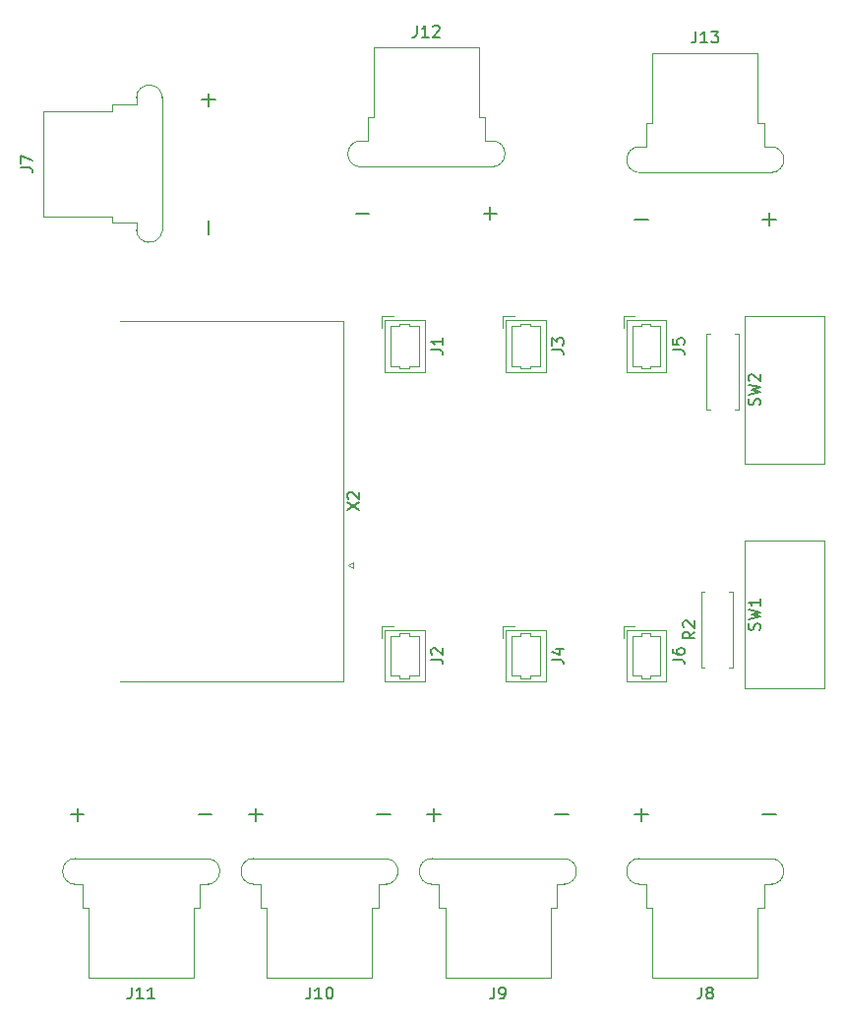
<source format=gbr>
%TF.GenerationSoftware,KiCad,Pcbnew,8.0.0*%
%TF.CreationDate,2024-03-05T11:34:16-05:00*%
%TF.ProjectId,TmotorsPCB,546d6f74-6f72-4735-9043-422e6b696361,rev?*%
%TF.SameCoordinates,Original*%
%TF.FileFunction,Legend,Top*%
%TF.FilePolarity,Positive*%
%FSLAX46Y46*%
G04 Gerber Fmt 4.6, Leading zero omitted, Abs format (unit mm)*
G04 Created by KiCad (PCBNEW 8.0.0) date 2024-03-05 11:34:16*
%MOMM*%
%LPD*%
G01*
G04 APERTURE LIST*
%ADD10C,0.150000*%
%ADD11C,0.120000*%
G04 APERTURE END LIST*
D10*
X139690476Y-27104819D02*
X139690476Y-27819104D01*
X139690476Y-27819104D02*
X139642857Y-27961961D01*
X139642857Y-27961961D02*
X139547619Y-28057200D01*
X139547619Y-28057200D02*
X139404762Y-28104819D01*
X139404762Y-28104819D02*
X139309524Y-28104819D01*
X140690476Y-28104819D02*
X140119048Y-28104819D01*
X140404762Y-28104819D02*
X140404762Y-27104819D01*
X140404762Y-27104819D02*
X140309524Y-27247676D01*
X140309524Y-27247676D02*
X140214286Y-27342914D01*
X140214286Y-27342914D02*
X140119048Y-27390533D01*
X141023810Y-27104819D02*
X141642857Y-27104819D01*
X141642857Y-27104819D02*
X141309524Y-27485771D01*
X141309524Y-27485771D02*
X141452381Y-27485771D01*
X141452381Y-27485771D02*
X141547619Y-27533390D01*
X141547619Y-27533390D02*
X141595238Y-27581009D01*
X141595238Y-27581009D02*
X141642857Y-27676247D01*
X141642857Y-27676247D02*
X141642857Y-27914342D01*
X141642857Y-27914342D02*
X141595238Y-28009580D01*
X141595238Y-28009580D02*
X141547619Y-28057200D01*
X141547619Y-28057200D02*
X141452381Y-28104819D01*
X141452381Y-28104819D02*
X141166667Y-28104819D01*
X141166667Y-28104819D02*
X141071429Y-28057200D01*
X141071429Y-28057200D02*
X141023810Y-28009580D01*
X145428571Y-43264700D02*
X146571429Y-43264700D01*
X146000000Y-43836128D02*
X146000000Y-42693271D01*
X134428571Y-43264700D02*
X135571429Y-43264700D01*
X115690476Y-26604819D02*
X115690476Y-27319104D01*
X115690476Y-27319104D02*
X115642857Y-27461961D01*
X115642857Y-27461961D02*
X115547619Y-27557200D01*
X115547619Y-27557200D02*
X115404762Y-27604819D01*
X115404762Y-27604819D02*
X115309524Y-27604819D01*
X116690476Y-27604819D02*
X116119048Y-27604819D01*
X116404762Y-27604819D02*
X116404762Y-26604819D01*
X116404762Y-26604819D02*
X116309524Y-26747676D01*
X116309524Y-26747676D02*
X116214286Y-26842914D01*
X116214286Y-26842914D02*
X116119048Y-26890533D01*
X117071429Y-26700057D02*
X117119048Y-26652438D01*
X117119048Y-26652438D02*
X117214286Y-26604819D01*
X117214286Y-26604819D02*
X117452381Y-26604819D01*
X117452381Y-26604819D02*
X117547619Y-26652438D01*
X117547619Y-26652438D02*
X117595238Y-26700057D01*
X117595238Y-26700057D02*
X117642857Y-26795295D01*
X117642857Y-26795295D02*
X117642857Y-26890533D01*
X117642857Y-26890533D02*
X117595238Y-27033390D01*
X117595238Y-27033390D02*
X117023810Y-27604819D01*
X117023810Y-27604819D02*
X117642857Y-27604819D01*
X121428571Y-42764700D02*
X122571429Y-42764700D01*
X122000000Y-43336128D02*
X122000000Y-42193271D01*
X110428571Y-42764700D02*
X111571429Y-42764700D01*
X91140476Y-109304819D02*
X91140476Y-110019104D01*
X91140476Y-110019104D02*
X91092857Y-110161961D01*
X91092857Y-110161961D02*
X90997619Y-110257200D01*
X90997619Y-110257200D02*
X90854762Y-110304819D01*
X90854762Y-110304819D02*
X90759524Y-110304819D01*
X92140476Y-110304819D02*
X91569048Y-110304819D01*
X91854762Y-110304819D02*
X91854762Y-109304819D01*
X91854762Y-109304819D02*
X91759524Y-109447676D01*
X91759524Y-109447676D02*
X91664286Y-109542914D01*
X91664286Y-109542914D02*
X91569048Y-109590533D01*
X93092857Y-110304819D02*
X92521429Y-110304819D01*
X92807143Y-110304819D02*
X92807143Y-109304819D01*
X92807143Y-109304819D02*
X92711905Y-109447676D01*
X92711905Y-109447676D02*
X92616667Y-109542914D01*
X92616667Y-109542914D02*
X92521429Y-109590533D01*
X85878571Y-94464700D02*
X87021429Y-94464700D01*
X86450000Y-95036128D02*
X86450000Y-93893271D01*
X96878571Y-94464700D02*
X98021429Y-94464700D01*
X106490476Y-109304819D02*
X106490476Y-110019104D01*
X106490476Y-110019104D02*
X106442857Y-110161961D01*
X106442857Y-110161961D02*
X106347619Y-110257200D01*
X106347619Y-110257200D02*
X106204762Y-110304819D01*
X106204762Y-110304819D02*
X106109524Y-110304819D01*
X107490476Y-110304819D02*
X106919048Y-110304819D01*
X107204762Y-110304819D02*
X107204762Y-109304819D01*
X107204762Y-109304819D02*
X107109524Y-109447676D01*
X107109524Y-109447676D02*
X107014286Y-109542914D01*
X107014286Y-109542914D02*
X106919048Y-109590533D01*
X108109524Y-109304819D02*
X108204762Y-109304819D01*
X108204762Y-109304819D02*
X108300000Y-109352438D01*
X108300000Y-109352438D02*
X108347619Y-109400057D01*
X108347619Y-109400057D02*
X108395238Y-109495295D01*
X108395238Y-109495295D02*
X108442857Y-109685771D01*
X108442857Y-109685771D02*
X108442857Y-109923866D01*
X108442857Y-109923866D02*
X108395238Y-110114342D01*
X108395238Y-110114342D02*
X108347619Y-110209580D01*
X108347619Y-110209580D02*
X108300000Y-110257200D01*
X108300000Y-110257200D02*
X108204762Y-110304819D01*
X108204762Y-110304819D02*
X108109524Y-110304819D01*
X108109524Y-110304819D02*
X108014286Y-110257200D01*
X108014286Y-110257200D02*
X107966667Y-110209580D01*
X107966667Y-110209580D02*
X107919048Y-110114342D01*
X107919048Y-110114342D02*
X107871429Y-109923866D01*
X107871429Y-109923866D02*
X107871429Y-109685771D01*
X107871429Y-109685771D02*
X107919048Y-109495295D01*
X107919048Y-109495295D02*
X107966667Y-109400057D01*
X107966667Y-109400057D02*
X108014286Y-109352438D01*
X108014286Y-109352438D02*
X108109524Y-109304819D01*
X112228571Y-94464700D02*
X113371429Y-94464700D01*
X101228571Y-94464700D02*
X102371429Y-94464700D01*
X101800000Y-95036128D02*
X101800000Y-93893271D01*
X122316666Y-109304819D02*
X122316666Y-110019104D01*
X122316666Y-110019104D02*
X122269047Y-110161961D01*
X122269047Y-110161961D02*
X122173809Y-110257200D01*
X122173809Y-110257200D02*
X122030952Y-110304819D01*
X122030952Y-110304819D02*
X121935714Y-110304819D01*
X122840476Y-110304819D02*
X123030952Y-110304819D01*
X123030952Y-110304819D02*
X123126190Y-110257200D01*
X123126190Y-110257200D02*
X123173809Y-110209580D01*
X123173809Y-110209580D02*
X123269047Y-110066723D01*
X123269047Y-110066723D02*
X123316666Y-109876247D01*
X123316666Y-109876247D02*
X123316666Y-109495295D01*
X123316666Y-109495295D02*
X123269047Y-109400057D01*
X123269047Y-109400057D02*
X123221428Y-109352438D01*
X123221428Y-109352438D02*
X123126190Y-109304819D01*
X123126190Y-109304819D02*
X122935714Y-109304819D01*
X122935714Y-109304819D02*
X122840476Y-109352438D01*
X122840476Y-109352438D02*
X122792857Y-109400057D01*
X122792857Y-109400057D02*
X122745238Y-109495295D01*
X122745238Y-109495295D02*
X122745238Y-109733390D01*
X122745238Y-109733390D02*
X122792857Y-109828628D01*
X122792857Y-109828628D02*
X122840476Y-109876247D01*
X122840476Y-109876247D02*
X122935714Y-109923866D01*
X122935714Y-109923866D02*
X123126190Y-109923866D01*
X123126190Y-109923866D02*
X123221428Y-109876247D01*
X123221428Y-109876247D02*
X123269047Y-109828628D01*
X123269047Y-109828628D02*
X123316666Y-109733390D01*
X127578571Y-94464700D02*
X128721429Y-94464700D01*
X116578571Y-94464700D02*
X117721429Y-94464700D01*
X117150000Y-95036128D02*
X117150000Y-93893271D01*
X140166666Y-109304819D02*
X140166666Y-110019104D01*
X140166666Y-110019104D02*
X140119047Y-110161961D01*
X140119047Y-110161961D02*
X140023809Y-110257200D01*
X140023809Y-110257200D02*
X139880952Y-110304819D01*
X139880952Y-110304819D02*
X139785714Y-110304819D01*
X140785714Y-109733390D02*
X140690476Y-109685771D01*
X140690476Y-109685771D02*
X140642857Y-109638152D01*
X140642857Y-109638152D02*
X140595238Y-109542914D01*
X140595238Y-109542914D02*
X140595238Y-109495295D01*
X140595238Y-109495295D02*
X140642857Y-109400057D01*
X140642857Y-109400057D02*
X140690476Y-109352438D01*
X140690476Y-109352438D02*
X140785714Y-109304819D01*
X140785714Y-109304819D02*
X140976190Y-109304819D01*
X140976190Y-109304819D02*
X141071428Y-109352438D01*
X141071428Y-109352438D02*
X141119047Y-109400057D01*
X141119047Y-109400057D02*
X141166666Y-109495295D01*
X141166666Y-109495295D02*
X141166666Y-109542914D01*
X141166666Y-109542914D02*
X141119047Y-109638152D01*
X141119047Y-109638152D02*
X141071428Y-109685771D01*
X141071428Y-109685771D02*
X140976190Y-109733390D01*
X140976190Y-109733390D02*
X140785714Y-109733390D01*
X140785714Y-109733390D02*
X140690476Y-109781009D01*
X140690476Y-109781009D02*
X140642857Y-109828628D01*
X140642857Y-109828628D02*
X140595238Y-109923866D01*
X140595238Y-109923866D02*
X140595238Y-110114342D01*
X140595238Y-110114342D02*
X140642857Y-110209580D01*
X140642857Y-110209580D02*
X140690476Y-110257200D01*
X140690476Y-110257200D02*
X140785714Y-110304819D01*
X140785714Y-110304819D02*
X140976190Y-110304819D01*
X140976190Y-110304819D02*
X141071428Y-110257200D01*
X141071428Y-110257200D02*
X141119047Y-110209580D01*
X141119047Y-110209580D02*
X141166666Y-110114342D01*
X141166666Y-110114342D02*
X141166666Y-109923866D01*
X141166666Y-109923866D02*
X141119047Y-109828628D01*
X141119047Y-109828628D02*
X141071428Y-109781009D01*
X141071428Y-109781009D02*
X140976190Y-109733390D01*
X145428571Y-94464700D02*
X146571429Y-94464700D01*
X134428571Y-94464700D02*
X135571429Y-94464700D01*
X135000000Y-95036128D02*
X135000000Y-93893271D01*
X81604819Y-38833333D02*
X82319104Y-38833333D01*
X82319104Y-38833333D02*
X82461961Y-38880952D01*
X82461961Y-38880952D02*
X82557200Y-38976190D01*
X82557200Y-38976190D02*
X82604819Y-39119047D01*
X82604819Y-39119047D02*
X82604819Y-39214285D01*
X81604819Y-38452380D02*
X81604819Y-37785714D01*
X81604819Y-37785714D02*
X82604819Y-38214285D01*
X97764700Y-33571428D02*
X97764700Y-32428571D01*
X98336128Y-32999999D02*
X97193271Y-32999999D01*
X97764700Y-44571428D02*
X97764700Y-43428571D01*
X127303919Y-81143333D02*
X128018204Y-81143333D01*
X128018204Y-81143333D02*
X128161061Y-81190952D01*
X128161061Y-81190952D02*
X128256300Y-81286190D01*
X128256300Y-81286190D02*
X128303919Y-81429047D01*
X128303919Y-81429047D02*
X128303919Y-81524285D01*
X127637252Y-80238571D02*
X128303919Y-80238571D01*
X127256300Y-80476666D02*
X127970585Y-80714761D01*
X127970585Y-80714761D02*
X127970585Y-80095714D01*
X137701419Y-81143333D02*
X138415704Y-81143333D01*
X138415704Y-81143333D02*
X138558561Y-81190952D01*
X138558561Y-81190952D02*
X138653800Y-81286190D01*
X138653800Y-81286190D02*
X138701419Y-81429047D01*
X138701419Y-81429047D02*
X138701419Y-81524285D01*
X137701419Y-80238571D02*
X137701419Y-80429047D01*
X137701419Y-80429047D02*
X137749038Y-80524285D01*
X137749038Y-80524285D02*
X137796657Y-80571904D01*
X137796657Y-80571904D02*
X137939514Y-80667142D01*
X137939514Y-80667142D02*
X138129990Y-80714761D01*
X138129990Y-80714761D02*
X138510942Y-80714761D01*
X138510942Y-80714761D02*
X138606180Y-80667142D01*
X138606180Y-80667142D02*
X138653800Y-80619523D01*
X138653800Y-80619523D02*
X138701419Y-80524285D01*
X138701419Y-80524285D02*
X138701419Y-80333809D01*
X138701419Y-80333809D02*
X138653800Y-80238571D01*
X138653800Y-80238571D02*
X138606180Y-80190952D01*
X138606180Y-80190952D02*
X138510942Y-80143333D01*
X138510942Y-80143333D02*
X138272847Y-80143333D01*
X138272847Y-80143333D02*
X138177609Y-80190952D01*
X138177609Y-80190952D02*
X138129990Y-80238571D01*
X138129990Y-80238571D02*
X138082371Y-80333809D01*
X138082371Y-80333809D02*
X138082371Y-80524285D01*
X138082371Y-80524285D02*
X138129990Y-80619523D01*
X138129990Y-80619523D02*
X138177609Y-80667142D01*
X138177609Y-80667142D02*
X138272847Y-80714761D01*
X137701419Y-54493333D02*
X138415704Y-54493333D01*
X138415704Y-54493333D02*
X138558561Y-54540952D01*
X138558561Y-54540952D02*
X138653800Y-54636190D01*
X138653800Y-54636190D02*
X138701419Y-54779047D01*
X138701419Y-54779047D02*
X138701419Y-54874285D01*
X137701419Y-53540952D02*
X137701419Y-54017142D01*
X137701419Y-54017142D02*
X138177609Y-54064761D01*
X138177609Y-54064761D02*
X138129990Y-54017142D01*
X138129990Y-54017142D02*
X138082371Y-53921904D01*
X138082371Y-53921904D02*
X138082371Y-53683809D01*
X138082371Y-53683809D02*
X138129990Y-53588571D01*
X138129990Y-53588571D02*
X138177609Y-53540952D01*
X138177609Y-53540952D02*
X138272847Y-53493333D01*
X138272847Y-53493333D02*
X138510942Y-53493333D01*
X138510942Y-53493333D02*
X138606180Y-53540952D01*
X138606180Y-53540952D02*
X138653800Y-53588571D01*
X138653800Y-53588571D02*
X138701419Y-53683809D01*
X138701419Y-53683809D02*
X138701419Y-53921904D01*
X138701419Y-53921904D02*
X138653800Y-54017142D01*
X138653800Y-54017142D02*
X138606180Y-54064761D01*
X127303919Y-54493333D02*
X128018204Y-54493333D01*
X128018204Y-54493333D02*
X128161061Y-54540952D01*
X128161061Y-54540952D02*
X128256300Y-54636190D01*
X128256300Y-54636190D02*
X128303919Y-54779047D01*
X128303919Y-54779047D02*
X128303919Y-54874285D01*
X127303919Y-54112380D02*
X127303919Y-53493333D01*
X127303919Y-53493333D02*
X127684871Y-53826666D01*
X127684871Y-53826666D02*
X127684871Y-53683809D01*
X127684871Y-53683809D02*
X127732490Y-53588571D01*
X127732490Y-53588571D02*
X127780109Y-53540952D01*
X127780109Y-53540952D02*
X127875347Y-53493333D01*
X127875347Y-53493333D02*
X128113442Y-53493333D01*
X128113442Y-53493333D02*
X128208680Y-53540952D01*
X128208680Y-53540952D02*
X128256300Y-53588571D01*
X128256300Y-53588571D02*
X128303919Y-53683809D01*
X128303919Y-53683809D02*
X128303919Y-53969523D01*
X128303919Y-53969523D02*
X128256300Y-54064761D01*
X128256300Y-54064761D02*
X128208680Y-54112380D01*
X116906419Y-81143333D02*
X117620704Y-81143333D01*
X117620704Y-81143333D02*
X117763561Y-81190952D01*
X117763561Y-81190952D02*
X117858800Y-81286190D01*
X117858800Y-81286190D02*
X117906419Y-81429047D01*
X117906419Y-81429047D02*
X117906419Y-81524285D01*
X117001657Y-80714761D02*
X116954038Y-80667142D01*
X116954038Y-80667142D02*
X116906419Y-80571904D01*
X116906419Y-80571904D02*
X116906419Y-80333809D01*
X116906419Y-80333809D02*
X116954038Y-80238571D01*
X116954038Y-80238571D02*
X117001657Y-80190952D01*
X117001657Y-80190952D02*
X117096895Y-80143333D01*
X117096895Y-80143333D02*
X117192133Y-80143333D01*
X117192133Y-80143333D02*
X117334990Y-80190952D01*
X117334990Y-80190952D02*
X117906419Y-80762380D01*
X117906419Y-80762380D02*
X117906419Y-80143333D01*
X145167200Y-78598332D02*
X145214819Y-78455475D01*
X145214819Y-78455475D02*
X145214819Y-78217380D01*
X145214819Y-78217380D02*
X145167200Y-78122142D01*
X145167200Y-78122142D02*
X145119580Y-78074523D01*
X145119580Y-78074523D02*
X145024342Y-78026904D01*
X145024342Y-78026904D02*
X144929104Y-78026904D01*
X144929104Y-78026904D02*
X144833866Y-78074523D01*
X144833866Y-78074523D02*
X144786247Y-78122142D01*
X144786247Y-78122142D02*
X144738628Y-78217380D01*
X144738628Y-78217380D02*
X144691009Y-78407856D01*
X144691009Y-78407856D02*
X144643390Y-78503094D01*
X144643390Y-78503094D02*
X144595771Y-78550713D01*
X144595771Y-78550713D02*
X144500533Y-78598332D01*
X144500533Y-78598332D02*
X144405295Y-78598332D01*
X144405295Y-78598332D02*
X144310057Y-78550713D01*
X144310057Y-78550713D02*
X144262438Y-78503094D01*
X144262438Y-78503094D02*
X144214819Y-78407856D01*
X144214819Y-78407856D02*
X144214819Y-78169761D01*
X144214819Y-78169761D02*
X144262438Y-78026904D01*
X144214819Y-77693570D02*
X145214819Y-77455475D01*
X145214819Y-77455475D02*
X144500533Y-77264999D01*
X144500533Y-77264999D02*
X145214819Y-77074523D01*
X145214819Y-77074523D02*
X144214819Y-76836428D01*
X145214819Y-75931666D02*
X145214819Y-76503094D01*
X145214819Y-76217380D02*
X144214819Y-76217380D01*
X144214819Y-76217380D02*
X144357676Y-76312618D01*
X144357676Y-76312618D02*
X144452914Y-76407856D01*
X144452914Y-76407856D02*
X144500533Y-76503094D01*
X139584819Y-78746666D02*
X139108628Y-79079999D01*
X139584819Y-79318094D02*
X138584819Y-79318094D01*
X138584819Y-79318094D02*
X138584819Y-78937142D01*
X138584819Y-78937142D02*
X138632438Y-78841904D01*
X138632438Y-78841904D02*
X138680057Y-78794285D01*
X138680057Y-78794285D02*
X138775295Y-78746666D01*
X138775295Y-78746666D02*
X138918152Y-78746666D01*
X138918152Y-78746666D02*
X139013390Y-78794285D01*
X139013390Y-78794285D02*
X139061009Y-78841904D01*
X139061009Y-78841904D02*
X139108628Y-78937142D01*
X139108628Y-78937142D02*
X139108628Y-79318094D01*
X138680057Y-78365713D02*
X138632438Y-78318094D01*
X138632438Y-78318094D02*
X138584819Y-78222856D01*
X138584819Y-78222856D02*
X138584819Y-77984761D01*
X138584819Y-77984761D02*
X138632438Y-77889523D01*
X138632438Y-77889523D02*
X138680057Y-77841904D01*
X138680057Y-77841904D02*
X138775295Y-77794285D01*
X138775295Y-77794285D02*
X138870533Y-77794285D01*
X138870533Y-77794285D02*
X139013390Y-77841904D01*
X139013390Y-77841904D02*
X139584819Y-78413332D01*
X139584819Y-78413332D02*
X139584819Y-77794285D01*
X109710150Y-68309523D02*
X110710150Y-67642857D01*
X109710150Y-67642857D02*
X110710150Y-68309523D01*
X109805388Y-67309523D02*
X109757769Y-67261904D01*
X109757769Y-67261904D02*
X109710150Y-67166666D01*
X109710150Y-67166666D02*
X109710150Y-66928571D01*
X109710150Y-66928571D02*
X109757769Y-66833333D01*
X109757769Y-66833333D02*
X109805388Y-66785714D01*
X109805388Y-66785714D02*
X109900626Y-66738095D01*
X109900626Y-66738095D02*
X109995864Y-66738095D01*
X109995864Y-66738095D02*
X110138721Y-66785714D01*
X110138721Y-66785714D02*
X110710150Y-67357142D01*
X110710150Y-67357142D02*
X110710150Y-66738095D01*
X145167200Y-59258332D02*
X145214819Y-59115475D01*
X145214819Y-59115475D02*
X145214819Y-58877380D01*
X145214819Y-58877380D02*
X145167200Y-58782142D01*
X145167200Y-58782142D02*
X145119580Y-58734523D01*
X145119580Y-58734523D02*
X145024342Y-58686904D01*
X145024342Y-58686904D02*
X144929104Y-58686904D01*
X144929104Y-58686904D02*
X144833866Y-58734523D01*
X144833866Y-58734523D02*
X144786247Y-58782142D01*
X144786247Y-58782142D02*
X144738628Y-58877380D01*
X144738628Y-58877380D02*
X144691009Y-59067856D01*
X144691009Y-59067856D02*
X144643390Y-59163094D01*
X144643390Y-59163094D02*
X144595771Y-59210713D01*
X144595771Y-59210713D02*
X144500533Y-59258332D01*
X144500533Y-59258332D02*
X144405295Y-59258332D01*
X144405295Y-59258332D02*
X144310057Y-59210713D01*
X144310057Y-59210713D02*
X144262438Y-59163094D01*
X144262438Y-59163094D02*
X144214819Y-59067856D01*
X144214819Y-59067856D02*
X144214819Y-58829761D01*
X144214819Y-58829761D02*
X144262438Y-58686904D01*
X144214819Y-58353570D02*
X145214819Y-58115475D01*
X145214819Y-58115475D02*
X144500533Y-57924999D01*
X144500533Y-57924999D02*
X145214819Y-57734523D01*
X145214819Y-57734523D02*
X144214819Y-57496428D01*
X144310057Y-57163094D02*
X144262438Y-57115475D01*
X144262438Y-57115475D02*
X144214819Y-57020237D01*
X144214819Y-57020237D02*
X144214819Y-56782142D01*
X144214819Y-56782142D02*
X144262438Y-56686904D01*
X144262438Y-56686904D02*
X144310057Y-56639285D01*
X144310057Y-56639285D02*
X144405295Y-56591666D01*
X144405295Y-56591666D02*
X144500533Y-56591666D01*
X144500533Y-56591666D02*
X144643390Y-56639285D01*
X144643390Y-56639285D02*
X145214819Y-57210713D01*
X145214819Y-57210713D02*
X145214819Y-56591666D01*
X116906419Y-54493333D02*
X117620704Y-54493333D01*
X117620704Y-54493333D02*
X117763561Y-54540952D01*
X117763561Y-54540952D02*
X117858800Y-54636190D01*
X117858800Y-54636190D02*
X117906419Y-54779047D01*
X117906419Y-54779047D02*
X117906419Y-54874285D01*
X117906419Y-53493333D02*
X117906419Y-54064761D01*
X117906419Y-53779047D02*
X116906419Y-53779047D01*
X116906419Y-53779047D02*
X117049276Y-53874285D01*
X117049276Y-53874285D02*
X117144514Y-53969523D01*
X117144514Y-53969523D02*
X117192133Y-54064761D01*
D11*
%TO.C,J13*%
X134740000Y-37040000D02*
X135440000Y-37040000D01*
X134740000Y-39260000D02*
X146260000Y-39260000D01*
X135440000Y-34990000D02*
X135440000Y-37040000D01*
X135440000Y-34990000D02*
X135970000Y-34990000D01*
X135970000Y-28990000D02*
X135970000Y-34990000D01*
X135970000Y-28990000D02*
X145000000Y-28990000D01*
X145030000Y-28990000D02*
X145030000Y-34990000D01*
X145030000Y-34990000D02*
X145560000Y-34990000D01*
X145560000Y-34990000D02*
X145560000Y-37040000D01*
X145560000Y-37040000D02*
X146260000Y-37040000D01*
X134678271Y-39246634D02*
G75*
G02*
X134850000Y-37040001I171730J1096634D01*
G01*
X146150000Y-37040000D02*
G75*
G02*
X146150000Y-39260000I0J-1110000D01*
G01*
%TO.C,J12*%
X110740000Y-36540000D02*
X111440000Y-36540000D01*
X110740000Y-38760000D02*
X122260000Y-38760000D01*
X111440000Y-34490000D02*
X111440000Y-36540000D01*
X111440000Y-34490000D02*
X111970000Y-34490000D01*
X111970000Y-28490000D02*
X111970000Y-34490000D01*
X111970000Y-28490000D02*
X121000000Y-28490000D01*
X121030000Y-28490000D02*
X121030000Y-34490000D01*
X121030000Y-34490000D02*
X121560000Y-34490000D01*
X121560000Y-34490000D02*
X121560000Y-36540000D01*
X121560000Y-36540000D02*
X122260000Y-36540000D01*
X110678271Y-38746634D02*
G75*
G02*
X110850000Y-36540001I171730J1096634D01*
G01*
X122150000Y-36540000D02*
G75*
G02*
X122150000Y-38760000I0J-1110000D01*
G01*
%TO.C,J11*%
X97710000Y-100460000D02*
X97010000Y-100460000D01*
X97710000Y-98240000D02*
X86190000Y-98240000D01*
X97010000Y-102510000D02*
X97010000Y-100460000D01*
X97010000Y-102510000D02*
X96480000Y-102510000D01*
X96480000Y-108510000D02*
X96480000Y-102510000D01*
X96480000Y-108510000D02*
X87450000Y-108510000D01*
X87420000Y-108510000D02*
X87420000Y-102510000D01*
X87420000Y-102510000D02*
X86890000Y-102510000D01*
X86890000Y-102510000D02*
X86890000Y-100460000D01*
X86890000Y-100460000D02*
X86190000Y-100460000D01*
X97771729Y-98253366D02*
G75*
G02*
X97600000Y-100459999I-171730J-1096634D01*
G01*
X86300000Y-100460000D02*
G75*
G02*
X86300000Y-98240000I0J1110000D01*
G01*
%TO.C,J10*%
X101650000Y-100460000D02*
G75*
G02*
X101650000Y-98240000I0J1110000D01*
G01*
X113121729Y-98253366D02*
G75*
G02*
X112950000Y-100459999I-171730J-1096634D01*
G01*
X102240000Y-100460000D02*
X101540000Y-100460000D01*
X102240000Y-102510000D02*
X102240000Y-100460000D01*
X102770000Y-102510000D02*
X102240000Y-102510000D01*
X102770000Y-108510000D02*
X102770000Y-102510000D01*
X111830000Y-108510000D02*
X102800000Y-108510000D01*
X111830000Y-108510000D02*
X111830000Y-102510000D01*
X112360000Y-102510000D02*
X111830000Y-102510000D01*
X112360000Y-102510000D02*
X112360000Y-100460000D01*
X113060000Y-98240000D02*
X101540000Y-98240000D01*
X113060000Y-100460000D02*
X112360000Y-100460000D01*
%TO.C,J9*%
X117000000Y-100460000D02*
G75*
G02*
X117000000Y-98240000I0J1110000D01*
G01*
X128471729Y-98253366D02*
G75*
G02*
X128300000Y-100459999I-171730J-1096634D01*
G01*
X117590000Y-100460000D02*
X116890000Y-100460000D01*
X117590000Y-102510000D02*
X117590000Y-100460000D01*
X118120000Y-102510000D02*
X117590000Y-102510000D01*
X118120000Y-108510000D02*
X118120000Y-102510000D01*
X127180000Y-108510000D02*
X118150000Y-108510000D01*
X127180000Y-108510000D02*
X127180000Y-102510000D01*
X127710000Y-102510000D02*
X127180000Y-102510000D01*
X127710000Y-102510000D02*
X127710000Y-100460000D01*
X128410000Y-98240000D02*
X116890000Y-98240000D01*
X128410000Y-100460000D02*
X127710000Y-100460000D01*
%TO.C,J8*%
X134850000Y-100460000D02*
G75*
G02*
X134850000Y-98240000I0J1110000D01*
G01*
X146321729Y-98253366D02*
G75*
G02*
X146150000Y-100459999I-171730J-1096634D01*
G01*
X135440000Y-100460000D02*
X134740000Y-100460000D01*
X135440000Y-102510000D02*
X135440000Y-100460000D01*
X135970000Y-102510000D02*
X135440000Y-102510000D01*
X135970000Y-108510000D02*
X135970000Y-102510000D01*
X145030000Y-108510000D02*
X136000000Y-108510000D01*
X145030000Y-108510000D02*
X145030000Y-102510000D01*
X145560000Y-102510000D02*
X145030000Y-102510000D01*
X145560000Y-102510000D02*
X145560000Y-100460000D01*
X146260000Y-98240000D02*
X134740000Y-98240000D01*
X146260000Y-100460000D02*
X145560000Y-100460000D01*
%TO.C,J7*%
X91540000Y-44260000D02*
X91540000Y-43560000D01*
X93760000Y-44260000D02*
X93760000Y-32740000D01*
X89490000Y-43560000D02*
X91540000Y-43560000D01*
X89490000Y-43560000D02*
X89490000Y-43030000D01*
X83490000Y-43030000D02*
X89490000Y-43030000D01*
X83490000Y-43030000D02*
X83490000Y-34000000D01*
X83490000Y-33970000D02*
X89490000Y-33970000D01*
X89490000Y-33970000D02*
X89490000Y-33440000D01*
X89490000Y-33440000D02*
X91540000Y-33440000D01*
X91540000Y-33440000D02*
X91540000Y-32740000D01*
X93746634Y-44321729D02*
G75*
G02*
X91540001Y-44150000I-1096634J171730D01*
G01*
X91540000Y-32850000D02*
G75*
G02*
X93760000Y-32850000I1110000J0D01*
G01*
%TO.C,J4*%
X123049100Y-78290000D02*
X124049100Y-78290000D01*
X123049100Y-78290000D02*
X123049100Y-79290000D01*
X126759100Y-78580000D02*
X123339100Y-78580000D01*
X123339100Y-78580000D02*
X123339100Y-83050000D01*
X125399100Y-78890000D02*
X125399100Y-79090000D01*
X124599100Y-78890000D02*
X125399100Y-78890000D01*
X126249100Y-79090000D02*
X126249100Y-80815000D01*
X125399100Y-79090000D02*
X126249100Y-79090000D01*
X124599100Y-79090000D02*
X124599100Y-78890000D01*
X123849100Y-79090000D02*
X124599100Y-79090000D01*
X123849100Y-80815000D02*
X123849100Y-79090000D01*
X123849100Y-80815000D02*
X123849100Y-82540000D01*
X126249100Y-82540000D02*
X126249100Y-80815000D01*
X125399100Y-82540000D02*
X126249100Y-82540000D01*
X124599100Y-82540000D02*
X124599100Y-82740000D01*
X123849100Y-82540000D02*
X124599100Y-82540000D01*
X125399100Y-82740000D02*
X125399100Y-82540000D01*
X124599100Y-82740000D02*
X125399100Y-82740000D01*
X126759100Y-83050000D02*
X126759100Y-78580000D01*
X123339100Y-83050000D02*
X126759100Y-83050000D01*
%TO.C,J6*%
X133446600Y-78290000D02*
X134446600Y-78290000D01*
X133446600Y-78290000D02*
X133446600Y-79290000D01*
X137156600Y-78580000D02*
X133736600Y-78580000D01*
X133736600Y-78580000D02*
X133736600Y-83050000D01*
X135796600Y-78890000D02*
X135796600Y-79090000D01*
X134996600Y-78890000D02*
X135796600Y-78890000D01*
X136646600Y-79090000D02*
X136646600Y-80815000D01*
X135796600Y-79090000D02*
X136646600Y-79090000D01*
X134996600Y-79090000D02*
X134996600Y-78890000D01*
X134246600Y-79090000D02*
X134996600Y-79090000D01*
X134246600Y-80815000D02*
X134246600Y-79090000D01*
X134246600Y-80815000D02*
X134246600Y-82540000D01*
X136646600Y-82540000D02*
X136646600Y-80815000D01*
X135796600Y-82540000D02*
X136646600Y-82540000D01*
X134996600Y-82540000D02*
X134996600Y-82740000D01*
X134246600Y-82540000D02*
X134996600Y-82540000D01*
X135796600Y-82740000D02*
X135796600Y-82540000D01*
X134996600Y-82740000D02*
X135796600Y-82740000D01*
X137156600Y-83050000D02*
X137156600Y-78580000D01*
X133736600Y-83050000D02*
X137156600Y-83050000D01*
%TO.C,J5*%
X133736600Y-56400000D02*
X137156600Y-56400000D01*
X137156600Y-56400000D02*
X137156600Y-51930000D01*
X134996600Y-56090000D02*
X135796600Y-56090000D01*
X135796600Y-56090000D02*
X135796600Y-55890000D01*
X134246600Y-55890000D02*
X134996600Y-55890000D01*
X134996600Y-55890000D02*
X134996600Y-56090000D01*
X135796600Y-55890000D02*
X136646600Y-55890000D01*
X136646600Y-55890000D02*
X136646600Y-54165000D01*
X134246600Y-54165000D02*
X134246600Y-55890000D01*
X134246600Y-54165000D02*
X134246600Y-52440000D01*
X134246600Y-52440000D02*
X134996600Y-52440000D01*
X134996600Y-52440000D02*
X134996600Y-52240000D01*
X135796600Y-52440000D02*
X136646600Y-52440000D01*
X136646600Y-52440000D02*
X136646600Y-54165000D01*
X134996600Y-52240000D02*
X135796600Y-52240000D01*
X135796600Y-52240000D02*
X135796600Y-52440000D01*
X133736600Y-51930000D02*
X133736600Y-56400000D01*
X137156600Y-51930000D02*
X133736600Y-51930000D01*
X133446600Y-51640000D02*
X133446600Y-52640000D01*
X133446600Y-51640000D02*
X134446600Y-51640000D01*
%TO.C,J3*%
X123049100Y-51640000D02*
X124049100Y-51640000D01*
X123049100Y-51640000D02*
X123049100Y-52640000D01*
X126759100Y-51930000D02*
X123339100Y-51930000D01*
X123339100Y-51930000D02*
X123339100Y-56400000D01*
X125399100Y-52240000D02*
X125399100Y-52440000D01*
X124599100Y-52240000D02*
X125399100Y-52240000D01*
X126249100Y-52440000D02*
X126249100Y-54165000D01*
X125399100Y-52440000D02*
X126249100Y-52440000D01*
X124599100Y-52440000D02*
X124599100Y-52240000D01*
X123849100Y-52440000D02*
X124599100Y-52440000D01*
X123849100Y-54165000D02*
X123849100Y-52440000D01*
X123849100Y-54165000D02*
X123849100Y-55890000D01*
X126249100Y-55890000D02*
X126249100Y-54165000D01*
X125399100Y-55890000D02*
X126249100Y-55890000D01*
X124599100Y-55890000D02*
X124599100Y-56090000D01*
X123849100Y-55890000D02*
X124599100Y-55890000D01*
X125399100Y-56090000D02*
X125399100Y-55890000D01*
X124599100Y-56090000D02*
X125399100Y-56090000D01*
X126759100Y-56400000D02*
X126759100Y-51930000D01*
X123339100Y-56400000D02*
X126759100Y-56400000D01*
%TO.C,J2*%
X112651600Y-78290000D02*
X113651600Y-78290000D01*
X112651600Y-78290000D02*
X112651600Y-79290000D01*
X116361600Y-78580000D02*
X112941600Y-78580000D01*
X112941600Y-78580000D02*
X112941600Y-83050000D01*
X115001600Y-78890000D02*
X115001600Y-79090000D01*
X114201600Y-78890000D02*
X115001600Y-78890000D01*
X115851600Y-79090000D02*
X115851600Y-80815000D01*
X115001600Y-79090000D02*
X115851600Y-79090000D01*
X114201600Y-79090000D02*
X114201600Y-78890000D01*
X113451600Y-79090000D02*
X114201600Y-79090000D01*
X113451600Y-80815000D02*
X113451600Y-79090000D01*
X113451600Y-80815000D02*
X113451600Y-82540000D01*
X115851600Y-82540000D02*
X115851600Y-80815000D01*
X115001600Y-82540000D02*
X115851600Y-82540000D01*
X114201600Y-82540000D02*
X114201600Y-82740000D01*
X113451600Y-82540000D02*
X114201600Y-82540000D01*
X115001600Y-82740000D02*
X115001600Y-82540000D01*
X114201600Y-82740000D02*
X115001600Y-82740000D01*
X116361600Y-83050000D02*
X116361600Y-78580000D01*
X112941600Y-83050000D02*
X116361600Y-83050000D01*
%TO.C,SW1*%
X143870000Y-83615000D02*
X150730000Y-83615000D01*
X150730000Y-70915000D01*
X143870000Y-70915000D01*
X143870000Y-83615000D01*
%TO.C,R2*%
X142870000Y-75310000D02*
X142540000Y-75310000D01*
X140130000Y-75310000D02*
X140460000Y-75310000D01*
X142870000Y-81850000D02*
X142870000Y-75310000D01*
X142540000Y-81850000D02*
X142870000Y-81850000D01*
X140460000Y-81850000D02*
X140130000Y-81850000D01*
X140130000Y-81850000D02*
X140130000Y-75310000D01*
%TO.C,X2*%
X109315331Y-82985000D02*
X90115331Y-82985000D01*
X110209669Y-73290000D02*
X109776656Y-73040000D01*
X109776656Y-73040000D02*
X110209669Y-72790000D01*
X110209669Y-72790000D02*
X110209669Y-73290000D01*
X90115331Y-52015000D02*
X109315331Y-52015000D01*
X109315331Y-52015000D02*
X109315331Y-82985000D01*
%TO.C,SW2*%
X143870000Y-64275000D02*
X150730000Y-64275000D01*
X150730000Y-51575000D01*
X143870000Y-51575000D01*
X143870000Y-64275000D01*
%TO.C,R1*%
X140601600Y-59670000D02*
X140601600Y-53130000D01*
X140931600Y-59670000D02*
X140601600Y-59670000D01*
X143011600Y-59670000D02*
X143341600Y-59670000D01*
X143341600Y-59670000D02*
X143341600Y-53130000D01*
X140601600Y-53130000D02*
X140931600Y-53130000D01*
X143341600Y-53130000D02*
X143011600Y-53130000D01*
%TO.C,J1*%
X112941600Y-56400000D02*
X116361600Y-56400000D01*
X116361600Y-56400000D02*
X116361600Y-51930000D01*
X114201600Y-56090000D02*
X115001600Y-56090000D01*
X115001600Y-56090000D02*
X115001600Y-55890000D01*
X113451600Y-55890000D02*
X114201600Y-55890000D01*
X114201600Y-55890000D02*
X114201600Y-56090000D01*
X115001600Y-55890000D02*
X115851600Y-55890000D01*
X115851600Y-55890000D02*
X115851600Y-54165000D01*
X113451600Y-54165000D02*
X113451600Y-55890000D01*
X113451600Y-54165000D02*
X113451600Y-52440000D01*
X113451600Y-52440000D02*
X114201600Y-52440000D01*
X114201600Y-52440000D02*
X114201600Y-52240000D01*
X115001600Y-52440000D02*
X115851600Y-52440000D01*
X115851600Y-52440000D02*
X115851600Y-54165000D01*
X114201600Y-52240000D02*
X115001600Y-52240000D01*
X115001600Y-52240000D02*
X115001600Y-52440000D01*
X112941600Y-51930000D02*
X112941600Y-56400000D01*
X116361600Y-51930000D02*
X112941600Y-51930000D01*
X112651600Y-51640000D02*
X112651600Y-52640000D01*
X112651600Y-51640000D02*
X113651600Y-51640000D01*
%TD*%
M02*

</source>
